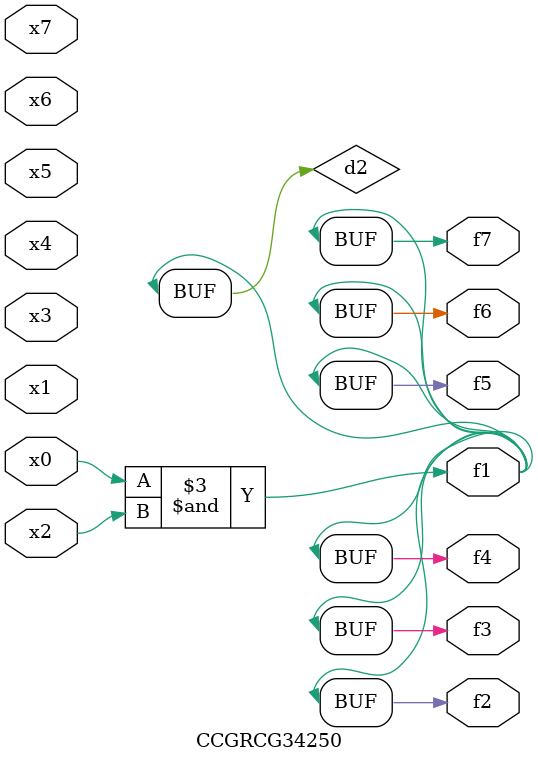
<source format=v>
module CCGRCG34250(
	input x0, x1, x2, x3, x4, x5, x6, x7,
	output f1, f2, f3, f4, f5, f6, f7
);

	wire d1, d2;

	nor (d1, x3, x6);
	and (d2, x0, x2);
	assign f1 = d2;
	assign f2 = d2;
	assign f3 = d2;
	assign f4 = d2;
	assign f5 = d2;
	assign f6 = d2;
	assign f7 = d2;
endmodule

</source>
